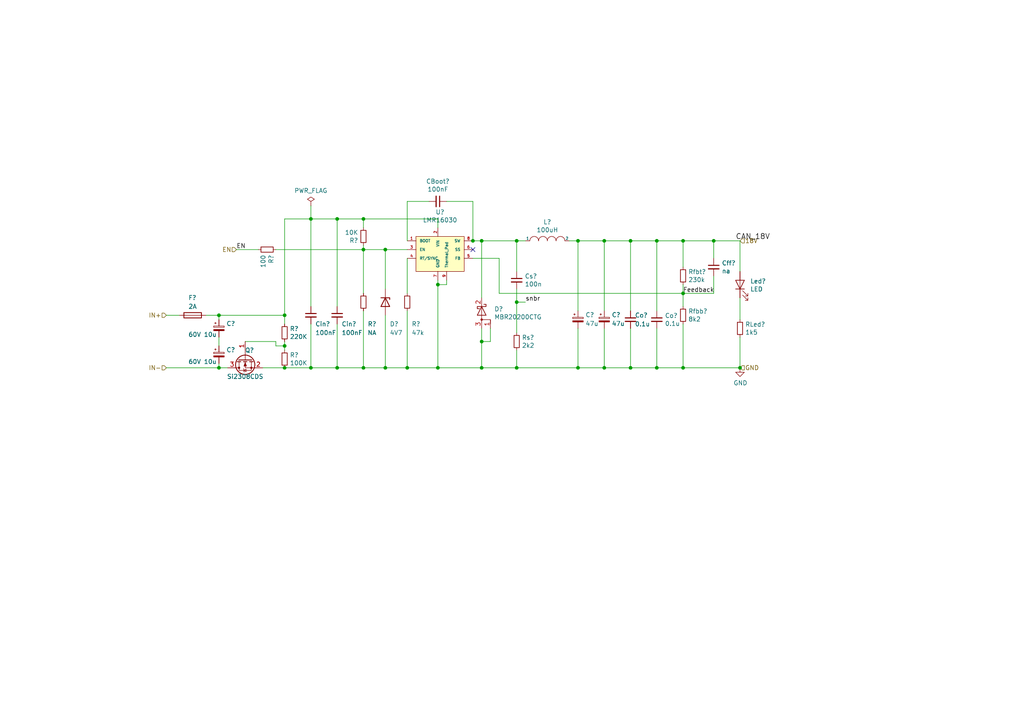
<source format=kicad_sch>
(kicad_sch (version 20211123) (generator eeschema)
  (paper "A4")
  (lib_symbols
    (symbol "Device:C_Polarized_Small" (pin_numbers hide) (pin_names (offset 0.254) hide)
      (property "Reference" "C" (at 0.254 1.778 0))
      (property "Value" "C_Polarized_Small" (at 0.254 -2.032 0))
      (symbol "C_Polarized_Small_0_1"
        (rectangle (start -1.524 -0.3048) (end 1.524 -0.6858) (fill (type outline)))
        (rectangle (start -1.524 0.6858) (end 1.524 0.3048))
        (polyline (pts (xy -1.27 1.524) (xy -0.762 1.524)))
        (polyline (pts (xy -1.016 1.27) (xy -1.016 1.778)))
      )
      (symbol "C_Polarized_Small_1_1"
        (pin passive line (at 0 2.54 270) (length 1.8542) (name "~") (number "1"))
        (pin passive line (at 0 -2.54 90) (length 1.8542) (name "~") (number "2"))
      )
    )
    (symbol "Device:D_Zener" (pin_numbers hide) (pin_names (offset 1.016) hide)
      (property "Reference" "D" (at 0 2.54 0))
      (property "Value" "D_Zener" (at 0 -2.54 0))
      (symbol "D_Zener_0_1"
        (polyline (pts (xy 1.27 0) (xy -1.27 0)))
        (polyline (pts (xy -1.27 -1.27) (xy -1.27 1.27) (xy -0.762 1.27)) (stroke (width 0.254)))
        (polyline (pts (xy 1.27 -1.27) (xy 1.27 1.27) (xy -1.27 0) (xy 1.27 -1.27)) (stroke (width 0.254)))
      )
      (symbol "D_Zener_1_1"
        (pin passive line (at -3.81 0 0) (length 2.54) (name "K") (number "1"))
        (pin passive line (at 3.81 0 180) (length 2.54) (name "A") (number "2"))
      )
    )
    (symbol "Device:Q_NMOS_GSD" (pin_names (offset 0) hide)
      (property "Reference" "Q" (at 5.08 1.27 0))
      (property "Value" "Q_NMOS_GSD" (at 5.08 -1.27 0))
      (symbol "Q_NMOS_GSD_0_1"
        (polyline (pts (xy 0.254 0) (xy -2.54 0)))
        (polyline (pts (xy 0.254 1.905) (xy 0.254 -1.905)) (stroke (width 0.254)))
        (polyline (pts (xy 0.762 -1.27) (xy 0.762 -2.286)) (stroke (width 0.254)))
        (polyline (pts (xy 0.762 0.508) (xy 0.762 -0.508)) (stroke (width 0.254)))
        (polyline (pts (xy 0.762 2.286) (xy 0.762 1.27)) (stroke (width 0.254)))
        (polyline (pts (xy 2.54 2.54) (xy 2.54 1.778)))
        (polyline (pts (xy 2.54 -2.54) (xy 2.54 0) (xy 0.762 0)))
        (polyline (pts (xy 0.762 -1.778) (xy 3.302 -1.778) (xy 3.302 1.778) (xy 0.762 1.778)))
        (polyline (pts (xy 1.016 0) (xy 2.032 0.381) (xy 2.032 -0.381) (xy 1.016 0)) (fill (type outline)))
        (polyline (pts (xy 2.794 0.508) (xy 2.921 0.381) (xy 3.683 0.381) (xy 3.81 0.254)))
        (polyline (pts (xy 3.302 0.381) (xy 2.921 -0.254) (xy 3.683 -0.254) (xy 3.302 0.381)))
        (circle (center 1.651 0) (radius 2.794) (stroke (width 0.254)))
        (circle (center 2.54 -1.778) (radius 0.254) (fill (type outline)))
        (circle (center 2.54 1.778) (radius 0.254) (fill (type outline)))
      )
      (symbol "Q_NMOS_GSD_1_1"
        (pin input line (at -5.08 0 0) (length 2.54) (name "G") (number "1"))
        (pin passive line (at 2.54 -5.08 90) (length 2.54) (name "S") (number "2"))
        (pin passive line (at 2.54 5.08 270) (length 2.54) (name "D") (number "3"))
      )
    )
    (symbol "fonte_18V-rescue:C_Small-Device" (pin_numbers hide) (pin_names (offset 0.254) hide)
      (property "Reference" "C" (at 0.254 1.778 0))
      (property "Value" "C_Small-Device" (at 0.254 -2.032 0))
      (symbol "C_Small-Device_0_1"
        (polyline (pts (xy -1.524 -0.508) (xy 1.524 -0.508)) (stroke (width 0.3302)))
        (polyline (pts (xy -1.524 0.508) (xy 1.524 0.508)) (stroke (width 0.3048)))
      )
      (symbol "C_Small-Device_1_1"
        (pin passive line (at 0 2.54 270) (length 2.032) (name "~") (number "1"))
        (pin passive line (at 0 -2.54 90) (length 2.032) (name "~") (number "2"))
      )
    )
    (symbol "fonte_18V-rescue:D_Schottky_AKA-Device" (pin_names (offset 0) hide)
      (property "Reference" "D" (at 0 2.54 0))
      (property "Value" "D_Schottky_AKA-Device" (at 0 -2.54 0))
      (symbol "D_Schottky_AKA-Device_0_1"
        (polyline (pts (xy 1.27 1.27) (xy 1.27 -1.27) (xy -1.27 0) (xy 1.27 1.27)) (stroke (width 0.2032)))
        (polyline (pts (xy 3.81 2.54) (xy 2.54 2.54) (xy 2.54 0) (xy -1.27 0)))
        (polyline (pts (xy -1.905 0.635) (xy -1.905 1.27) (xy -1.27 1.27) (xy -1.27 -1.27) (xy -0.635 -1.27) (xy -0.635 -0.635)) (stroke (width 0.2032)))
        (circle (center 2.54 0) (radius 0.254) (fill (type outline)))
      )
      (symbol "D_Schottky_AKA-Device_1_1"
        (pin input line (at 5.08 2.54 180) (length 2.54) (name "A") (number "1"))
        (pin passive line (at -3.81 0 0) (length 2.54) (name "K") (number "2"))
        (pin passive line (at 5.08 0 180) (length 2.54) (name "A") (number "3"))
      )
    )
    (symbol "fonte_18V-rescue:Fuse-Device" (pin_numbers hide) (pin_names (offset 0))
      (property "Reference" "F" (at 2.032 0 90))
      (property "Value" "Fuse-Device" (at -1.905 0 90))
      (symbol "Fuse-Device_0_1"
        (rectangle (start -0.762 -2.54) (end 0.762 2.54) (stroke (width 0.254)))
        (polyline (pts (xy 0 2.54) (xy 0 -2.54)))
      )
      (symbol "Fuse-Device_1_1"
        (pin passive line (at 0 3.81 270) (length 1.27) (name "~") (number "1"))
        (pin passive line (at 0 -3.81 90) (length 1.27) (name "~") (number "2"))
      )
    )
    (symbol "fonte_18V-rescue:GND-power" (power) (pin_names (offset 0))
      (property "Value" "GND-power" (at 0 -3.81 0))
      (symbol "GND-power_0_1"
        (polyline (pts (xy 0 0) (xy 0 -1.27) (xy 1.27 -1.27) (xy 0 -2.54) (xy -1.27 -1.27) (xy 0 -1.27)))
      )
      (symbol "GND-power_1_1"
        (pin power_in line (at 0 0 270) (length 0) hide (name "GND") (number "1"))
      )
    )
    (symbol "fonte_18V-rescue:INDUCTOR-pspice" (pin_numbers hide) (pin_names (offset 0))
      (property "Reference" "L" (at 0 2.54 0))
      (property "Value" "INDUCTOR-pspice" (at 0 -1.27 0))
      (symbol "INDUCTOR-pspice_0_1"
        (arc (start -2.54 0) (mid -3.81 1.27) (end -5.08 0))
        (arc (start 0 0) (mid -1.27 1.27) (end -2.54 0))
        (arc (start 2.54 0) (mid 1.27 1.27) (end 0 0))
        (arc (start 5.08 0) (mid 3.81 1.27) (end 2.54 0))
      )
      (symbol "INDUCTOR-pspice_1_1"
        (pin input line (at -6.35 0 0) (length 1.27) (name "1") (number "1"))
        (pin input line (at 6.35 0 180) (length 1.27) (name "2") (number "2"))
      )
    )
    (symbol "fonte_18V-rescue:LED-Device" (pin_numbers hide) (pin_names (offset 1.016) hide)
      (property "Reference" "D" (at 0 2.54 0))
      (property "Value" "LED-Device" (at 0 -2.54 0))
      (symbol "LED-Device_0_1"
        (polyline (pts (xy -1.27 -1.27) (xy -1.27 1.27)) (stroke (width 0.2032)))
        (polyline (pts (xy -1.27 0) (xy 1.27 0)))
        (polyline (pts (xy 1.27 -1.27) (xy 1.27 1.27) (xy -1.27 0) (xy 1.27 -1.27)) (stroke (width 0.2032)))
        (polyline (pts (xy -3.048 -0.762) (xy -4.572 -2.286) (xy -3.81 -2.286) (xy -4.572 -2.286) (xy -4.572 -1.524)))
        (polyline (pts (xy -1.778 -0.762) (xy -3.302 -2.286) (xy -2.54 -2.286) (xy -3.302 -2.286) (xy -3.302 -1.524)))
      )
      (symbol "LED-Device_1_1"
        (pin passive line (at -3.81 0 0) (length 2.54) (name "K") (number "1"))
        (pin passive line (at 3.81 0 180) (length 2.54) (name "A") (number "2"))
      )
    )
    (symbol "fonte_18V-rescue:LMR16030-zenite_fonte" (pin_names (offset 1.016))
      (property "Reference" "U" (at 0 0 0))
      (property "Value" "LMR16030-zenite_fonte" (at 0 0 0))
      (symbol "LMR16030-zenite_fonte_0_1"
        (rectangle (start -6.35 15.24) (end 7.62 5.08) (fill (type background)))
      )
      (symbol "LMR16030-zenite_fonte_1_1"
        (pin input line (at -8.89 13.97 0) (length 2.54) (name "BOOT") (number "1"))
        (pin power_in line (at 0 17.78 270) (length 2.54) (name "VIN") (number "2"))
        (pin input line (at -8.89 11.43 0) (length 2.54) (name "EN") (number "3"))
        (pin input line (at -8.89 8.89 0) (length 2.54) (name "RT/SYNC") (number "4"))
        (pin input line (at 10.16 8.89 180) (length 2.54) (name "FB") (number "5"))
        (pin input line (at 10.16 11.43 180) (length 2.54) (name "SS") (number "6"))
        (pin power_out line (at 0 2.54 90) (length 2.54) (name "GND") (number "7"))
        (pin input line (at 10.16 13.97 180) (length 2.54) (name "SW") (number "8"))
        (pin power_out line (at 2.54 2.54 90) (length 2.54) (name "Thermal_Pad") (number "9"))
      )
    )
    (symbol "fonte_18V-rescue:R_Small-Device" (pin_numbers hide) (pin_names (offset 0.254) hide)
      (property "Reference" "R" (at 0.762 0.508 0))
      (property "Value" "R_Small-Device" (at 0.762 -1.016 0))
      (symbol "R_Small-Device_0_1"
        (rectangle (start -0.762 1.778) (end 0.762 -1.778) (stroke (width 0.2032)))
      )
      (symbol "R_Small-Device_1_1"
        (pin passive line (at 0 2.54 270) (length 0.762) (name "~") (number "1"))
        (pin passive line (at 0 -2.54 90) (length 0.762) (name "~") (number "2"))
      )
    )
    (symbol "power:PWR_FLAG" (power) (pin_numbers hide) (pin_names (offset 0) hide)
      (property "Value" "PWR_FLAG" (at 0 3.81 0))
      (symbol "PWR_FLAG_0_0"
        (pin power_out line (at 0 0 90) (length 0) (name "pwr") (number "1"))
      )
      (symbol "PWR_FLAG_0_1"
        (polyline (pts (xy 0 0) (xy 0 1.27) (xy -1.016 1.905) (xy 0 2.54) (xy 1.016 1.905) (xy 0 1.27)))
      )
    )
  )
  (junction (at 111.76 72.39))
  (junction (at 82.55 100.33))
  (junction (at 97.79 106.68))
  (junction (at 127 106.68))
  (junction (at 139.7 106.68))
  (junction (at 175.26 69.85))
  (junction (at 198.12 106.68))
  (junction (at 111.76 106.68))
  (junction (at 105.41 63.5))
  (junction (at 127 82.55))
  (junction (at 82.55 91.44))
  (junction (at 97.79 63.5))
  (junction (at 190.5 69.85))
  (junction (at 167.64 106.68))
  (junction (at 63.5 106.68))
  (junction (at 139.7 99.06))
  (junction (at 207.01 69.85))
  (junction (at 175.26 106.68))
  (junction (at 118.11 106.68))
  (junction (at 90.17 63.5))
  (junction (at 149.86 87.63))
  (junction (at 198.12 85.09))
  (junction (at 90.17 106.68))
  (junction (at 182.88 106.68))
  (junction (at 198.12 69.85))
  (junction (at 137.16 69.85))
  (junction (at 182.88 69.85))
  (junction (at 105.41 72.39))
  (junction (at 63.5 91.44))
  (junction (at 82.55 106.68))
  (junction (at 149.86 69.85))
  (junction (at 139.7 69.85))
  (junction (at 105.41 106.68))
  (junction (at 190.5 106.68))
  (junction (at 214.63 106.68))
  (junction (at 149.86 106.68))
  (junction (at 167.64 69.85))
  (no_connect (at 137.16 72.39))
  (wire (pts (xy 198.12 85.09) (xy 198.12 88.9)))
  (wire (pts (xy 167.64 90.17) (xy 167.64 69.85)))
  (wire (pts (xy 82.55 63.5) (xy 90.17 63.5)))
  (wire (pts (xy 198.12 85.09) (xy 207.01 85.09)))
  (wire (pts (xy 198.12 82.55) (xy 198.12 85.09)))
  (wire (pts (xy 190.5 69.85) (xy 198.12 69.85)))
  (wire (pts (xy 80.01 99.06) (xy 80.01 100.33)))
  (wire (pts (xy 127 81.28) (xy 127 82.55)))
  (wire (pts (xy 137.16 58.42) (xy 137.16 69.85)))
  (wire (pts (xy 82.55 63.5) (xy 82.55 91.44)))
  (wire (pts (xy 198.12 106.68) (xy 198.12 93.98)))
  (wire (pts (xy 198.12 69.85) (xy 207.01 69.85)))
  (wire (pts (xy 198.12 106.68) (xy 214.63 106.68)))
  (wire (pts (xy 182.88 69.85) (xy 182.88 90.17)))
  (wire (pts (xy 167.64 69.85) (xy 165.1 69.85)))
  (wire (pts (xy 105.41 66.04) (xy 105.41 63.5)))
  (wire (pts (xy 137.16 69.85) (xy 139.7 69.85)))
  (wire (pts (xy 82.55 100.33) (xy 82.55 101.6)))
  (wire (pts (xy 175.26 90.17) (xy 175.26 69.85)))
  (wire (pts (xy 76.2 106.68) (xy 82.55 106.68)))
  (wire (pts (xy 127 82.55) (xy 127 106.68)))
  (wire (pts (xy 127 63.5) (xy 105.41 63.5)))
  (wire (pts (xy 149.86 87.63) (xy 152.4 87.63)))
  (wire (pts (xy 149.86 78.74) (xy 149.86 69.85)))
  (wire (pts (xy 149.86 69.85) (xy 152.4 69.85)))
  (wire (pts (xy 149.86 83.82) (xy 149.86 87.63)))
  (wire (pts (xy 190.5 95.25) (xy 190.5 106.68)))
  (wire (pts (xy 82.55 99.06) (xy 82.55 100.33)))
  (wire (pts (xy 182.88 95.25) (xy 182.88 106.68)))
  (wire (pts (xy 144.78 74.93) (xy 137.16 74.93)))
  (wire (pts (xy 127 66.04) (xy 127 63.5)))
  (wire (pts (xy 139.7 106.68) (xy 149.86 106.68)))
  (wire (pts (xy 105.41 63.5) (xy 97.79 63.5)))
  (wire (pts (xy 144.78 85.09) (xy 144.78 74.93)))
  (wire (pts (xy 214.63 97.79) (xy 214.63 106.68)))
  (wire (pts (xy 167.64 106.68) (xy 175.26 106.68)))
  (wire (pts (xy 97.79 63.5) (xy 97.79 88.9)))
  (wire (pts (xy 52.07 91.44) (xy 48.26 91.44)))
  (wire (pts (xy 124.46 58.42) (xy 118.11 58.42)))
  (wire (pts (xy 82.55 106.68) (xy 90.17 106.68)))
  (wire (pts (xy 80.01 72.39) (xy 105.41 72.39)))
  (wire (pts (xy 111.76 72.39) (xy 118.11 72.39)))
  (wire (pts (xy 105.41 72.39) (xy 111.76 72.39)))
  (wire (pts (xy 142.24 99.06) (xy 139.7 99.06)))
  (wire (pts (xy 149.86 106.68) (xy 167.64 106.68)))
  (wire (pts (xy 63.5 97.79) (xy 63.5 100.33)))
  (wire (pts (xy 111.76 91.44) (xy 111.76 106.68)))
  (wire (pts (xy 90.17 59.69) (xy 90.17 63.5)))
  (wire (pts (xy 129.54 82.55) (xy 129.54 81.28)))
  (wire (pts (xy 90.17 106.68) (xy 97.79 106.68)))
  (wire (pts (xy 167.64 95.25) (xy 167.64 106.68)))
  (wire (pts (xy 68.58 72.39) (xy 74.93 72.39)))
  (wire (pts (xy 90.17 88.9) (xy 90.17 63.5)))
  (wire (pts (xy 207.01 74.93) (xy 207.01 69.85)))
  (wire (pts (xy 90.17 93.98) (xy 90.17 106.68)))
  (wire (pts (xy 214.63 69.85) (xy 214.63 78.74)))
  (wire (pts (xy 105.41 71.12) (xy 105.41 72.39)))
  (wire (pts (xy 105.41 106.68) (xy 111.76 106.68)))
  (wire (pts (xy 142.24 95.25) (xy 142.24 99.06)))
  (wire (pts (xy 97.79 106.68) (xy 105.41 106.68)))
  (wire (pts (xy 175.26 69.85) (xy 182.88 69.85)))
  (wire (pts (xy 144.78 85.09) (xy 198.12 85.09)))
  (wire (pts (xy 149.86 101.6) (xy 149.86 106.68)))
  (wire (pts (xy 139.7 69.85) (xy 139.7 86.36)))
  (wire (pts (xy 190.5 106.68) (xy 198.12 106.68)))
  (wire (pts (xy 118.11 106.68) (xy 127 106.68)))
  (wire (pts (xy 182.88 69.85) (xy 190.5 69.85)))
  (wire (pts (xy 127 82.55) (xy 129.54 82.55)))
  (wire (pts (xy 149.86 87.63) (xy 149.86 96.52)))
  (wire (pts (xy 175.26 95.25) (xy 175.26 106.68)))
  (wire (pts (xy 63.5 105.41) (xy 63.5 106.68)))
  (wire (pts (xy 48.26 106.68) (xy 63.5 106.68)))
  (wire (pts (xy 207.01 69.85) (xy 214.63 69.85)))
  (wire (pts (xy 63.5 91.44) (xy 82.55 91.44)))
  (wire (pts (xy 127 106.68) (xy 139.7 106.68)))
  (wire (pts (xy 214.63 86.36) (xy 214.63 92.71)))
  (wire (pts (xy 129.54 58.42) (xy 137.16 58.42)))
  (wire (pts (xy 190.5 69.85) (xy 190.5 90.17)))
  (wire (pts (xy 139.7 106.68) (xy 139.7 99.06)))
  (wire (pts (xy 182.88 106.68) (xy 190.5 106.68)))
  (wire (pts (xy 111.76 106.68) (xy 118.11 106.68)))
  (wire (pts (xy 207.01 80.01) (xy 207.01 85.09)))
  (wire (pts (xy 82.55 93.98) (xy 82.55 91.44)))
  (wire (pts (xy 175.26 106.68) (xy 182.88 106.68)))
  (wire (pts (xy 118.11 74.93) (xy 118.11 85.09)))
  (wire (pts (xy 139.7 95.25) (xy 139.7 99.06)))
  (wire (pts (xy 97.79 93.98) (xy 97.79 106.68)))
  (wire (pts (xy 63.5 92.71) (xy 63.5 91.44)))
  (wire (pts (xy 118.11 58.42) (xy 118.11 69.85)))
  (wire (pts (xy 90.17 63.5) (xy 97.79 63.5)))
  (wire (pts (xy 198.12 69.85) (xy 198.12 77.47)))
  (wire (pts (xy 80.01 100.33) (xy 82.55 100.33)))
  (wire (pts (xy 139.7 69.85) (xy 149.86 69.85)))
  (wire (pts (xy 111.76 72.39) (xy 111.76 83.82)))
  (wire (pts (xy 71.12 99.06) (xy 80.01 99.06)))
  (wire (pts (xy 105.41 90.17) (xy 105.41 106.68)))
  (wire (pts (xy 167.64 69.85) (xy 175.26 69.85)))
  (wire (pts (xy 118.11 90.17) (xy 118.11 106.68)))
  (wire (pts (xy 105.41 72.39) (xy 105.41 85.09)))
  (wire (pts (xy 59.69 91.44) (xy 63.5 91.44)))
  (wire (pts (xy 66.04 106.68) (xy 63.5 106.68)))
  (label "snbr" (at 152.4 87.63 0))
  (label "CAN_18V" (at 213.36 69.85 0) (effects (font (size 1.524 1.524))))
  (label "EN" (at 68.58 72.39 0))
  (label "Feedback" (at 198.12 85.09 0))
  (hierarchical_label "GND" (shape input) (at 214.63 106.68 0))
  (hierarchical_label "EN" (shape input) (at 68.58 72.39 180))
  (hierarchical_label "IN+" (shape input) (at 48.26 91.44 180))
  (hierarchical_label "IN-" (shape input) (at 48.26 106.68 180))
  (hierarchical_label "18V" (shape input) (at 214.63 69.85 0))
  (symbol (lib_id "Device:C_Polarized_Small") (at 63.5 95.25 0) (unit 1)
    (property "Reference" "C?" (at 65.659 93.8692 0) (effects (justify left)))
    (property "Value" "60V 10u" (at 54.61 97.028 0) (effects (justify left)))
  )
  (symbol (lib_id "fonte_18V-rescue:D_Schottky_AKA-Device") (at 139.7 90.17 270) (unit 1)
    (property "Reference" "D?" (at 143.3576 89.6366 90) (effects (justify left)))
    (property "Value" "MBR20200CTG" (at 143.3576 91.948 90) (effects (justify left)))
    (property "Footprint" "Package_TO_SOT_THT:TO-220-3_Horizontal_TabDown_SMD" (effects hide))
  )
  (symbol (lib_id "Device:D_Zener") (at 111.76 87.63 270) (unit 1)
    (property "Reference" "D?" (at 113.03 93.98 90) (effects (justify left)))
    (property "Value" "4V7" (at 113.03 96.52 90) (effects (justify left)))
  )
  (symbol (lib_id "Device:C_Polarized_Small") (at 175.26 92.71 0) (unit 1)
    (property "Reference" "C?" (at 177.419 91.3292 0) (effects (justify left)))
    (property "Value" "47u" (at 177.419 93.8661 0) (effects (justify left)))
  )
  (symbol (lib_id "fonte_18V-rescue:R_Small-Device") (at 149.86 99.06 0) (unit 1)
    (property "Reference" "Rs?" (at 151.3586 97.8916 0) (effects (justify left)))
    (property "Value" "2k2" (at 151.3586 100.203 0) (effects (justify left)))
    (property "Footprint" "Resistor_SMD:R_0805_2012Metric_Pad1.15x1.40mm_HandSolder" (effects hide))
  )
  (symbol (lib_id "fonte_18V-rescue:R_Small-Device") (at 105.41 68.58 180) (unit 1)
    (property "Reference" "R?" (at 103.9114 69.7484 0) (effects (justify left)))
    (property "Value" "10K" (at 103.9114 67.437 0) (effects (justify left)))
    (property "Footprint" "Resistor_SMD:R_0805_2012Metric_Pad1.15x1.40mm_HandSolder" (effects hide))
  )
  (symbol (lib_id "fonte_18V-rescue:R_Small-Device") (at 118.11 87.63 0) (unit 1)
    (property "Reference" "R?" (at 119.38 93.98 0) (effects (justify left)))
    (property "Value" "47k" (at 119.38 96.52 0) (effects (justify left)))
    (property "Footprint" "Resistor_SMD:R_0805_2012Metric_Pad1.15x1.40mm_HandSolder" (effects hide))
  )
  (symbol (lib_id "fonte_18V-rescue:C_Small-Device") (at 207.01 77.47 0) (unit 1)
    (property "Reference" "Cff?" (at 209.3468 76.3016 0) (effects (justify left)))
    (property "Value" "na" (at 209.3468 78.613 0) (effects (justify left)))
    (property "Footprint" "Capacitor_SMD:C_0805_2012Metric_Pad1.15x1.40mm_HandSolder" (effects hide))
  )
  (symbol (lib_id "Device:C_Polarized_Small") (at 63.5 102.87 0) (unit 1)
    (property "Reference" "C?" (at 65.659 101.4892 0) (effects (justify left)))
    (property "Value" "60V 10u" (at 54.61 104.902 0) (effects (justify left)))
  )
  (symbol (lib_id "fonte_18V-rescue:C_Small-Device") (at 97.79 91.44 0) (unit 1)
    (property "Reference" "Cin?" (at 99.06 93.98 0) (effects (justify left)))
    (property "Value" "100nF" (at 99.06 96.52 0) (effects (justify left)))
    (property "Footprint" "Capacitor_SMD:C_0805_2012Metric_Pad1.15x1.40mm_HandSolder" (effects hide))
  )
  (symbol (lib_id "power:PWR_FLAG") (at 90.17 59.69 0) (unit 1)
    (property "Reference" "#FLG?" (effects hide))
    (property "Value" "PWR_FLAG" (at 90.17 55.2958 0))
  )
  (symbol (lib_id "Device:Q_NMOS_GSD") (at 71.12 104.14 90) (mirror x) (unit 1)
    (property "Reference" "Q?" (at 72.39 101.6 90))
    (property "Value" "Si2308CDS" (at 71.12 109.22 90))
    (property "Footprint" "Package_TO_SOT_SMD:SOT-23" (effects hide))
    (property "Datasheet" "http://www.vishay.com/docs/66709/si2308cd.pdf" (effects hide))
  )
  (symbol (lib_id "fonte_18V-rescue:C_Small-Device") (at 182.88 92.71 0) (unit 1)
    (property "Reference" "Co?" (at 184.15 91.44 0) (effects (justify left)))
    (property "Value" "0.1u" (at 184.15 93.98 0) (effects (justify left)))
    (property "Footprint" "Capacitor_SMD:C_0805_2012Metric_Pad1.15x1.40mm_HandSolder" (effects hide))
  )
  (symbol (lib_id "fonte_18V-rescue:R_Small-Device") (at 214.63 95.25 0) (unit 1)
    (property "Reference" "RLed?" (at 216.1286 94.0816 0) (effects (justify left)))
    (property "Value" "1k5" (at 216.1286 96.393 0) (effects (justify left)))
    (property "Footprint" "Resistor_SMD:R_0805_2012Metric_Pad1.15x1.40mm_HandSolder" (effects hide))
  )
  (symbol (lib_id "fonte_18V-rescue:LMR16030-zenite_fonte") (at 127 83.82 0) (unit 1)
    (property "Reference" "U?" (at 127.635 61.5188 0))
    (property "Value" "LMR16030" (at 127.635 63.8302 0))
    (property "Footprint" "Package_SO:Texas_R-PDSO-G8_EP2.95x4.9mm_Mask2.4x3.1mm_ThermalVias" (effects hide))
  )
  (symbol (lib_id "fonte_18V-rescue:R_Small-Device") (at 198.12 80.01 0) (unit 1)
    (property "Reference" "Rfbt?" (at 199.6186 78.8416 0) (effects (justify left)))
    (property "Value" "230k" (at 199.6186 81.153 0) (effects (justify left)))
    (property "Footprint" "Resistor_SMD:R_0805_2012Metric_Pad1.15x1.40mm_HandSolder" (effects hide))
  )
  (symbol (lib_id "fonte_18V-rescue:INDUCTOR-pspice") (at 158.75 69.85 0) (unit 1)
    (property "Reference" "L?" (at 158.75 64.389 0))
    (property "Value" "100uH" (at 158.75 66.7004 0))
    (property "Footprint" "Inductor_THT:L_Radial_D21.0mm_P19.00mm" (effects hide))
  )
  (symbol (lib_id "fonte_18V-rescue:LED-Device") (at 214.63 82.55 90) (unit 1)
    (property "Reference" "Led?" (at 217.6018 81.5594 90) (effects (justify right)))
    (property "Value" "LED" (at 217.6018 83.8708 90) (effects (justify right)))
    (property "Footprint" "LED_SMD:LED_0805_2012Metric_Pad1.15x1.40mm_HandSolder" (effects hide))
  )
  (symbol (lib_id "fonte_18V-rescue:C_Small-Device") (at 149.86 81.28 0) (unit 1)
    (property "Reference" "Cs?" (at 152.1968 80.1116 0) (effects (justify left)))
    (property "Value" "100n" (at 152.1968 82.423 0) (effects (justify left)))
    (property "Footprint" "Capacitor_SMD:C_0805_2012Metric_Pad1.15x1.40mm_HandSolder" (effects hide))
  )
  (symbol (lib_id "fonte_18V-rescue:R_Small-Device") (at 77.47 72.39 270) (unit 1)
    (property "Reference" "R?" (at 78.6384 73.8886 0) (effects (justify left)))
    (property "Value" "100" (at 76.327 73.8886 0) (effects (justify left)))
    (property "Footprint" "Resistor_SMD:R_0805_2012Metric_Pad1.15x1.40mm_HandSolder" (effects hide))
  )
  (symbol (lib_id "fonte_18V-rescue:C_Small-Device") (at 190.5 92.71 0) (unit 1)
    (property "Reference" "Co?" (at 192.8368 91.5416 0) (effects (justify left)))
    (property "Value" "0.1u" (at 192.8368 93.853 0) (effects (justify left)))
    (property "Footprint" "Capacitor_SMD:C_0805_2012Metric_Pad1.15x1.40mm_HandSolder" (effects hide))
  )
  (symbol (lib_id "fonte_18V-rescue:R_Small-Device") (at 198.12 91.44 0) (unit 1)
    (property "Reference" "Rfbb?" (at 199.6186 90.2716 0) (effects (justify left)))
    (property "Value" "8k2" (at 199.6186 92.583 0) (effects (justify left)))
    (property "Footprint" "Resistor_SMD:R_0805_2012Metric_Pad1.15x1.40mm_HandSolder" (effects hide))
  )
  (symbol (lib_id "fonte_18V-rescue:GND-power") (at 214.63 106.68 0) (unit 1)
    (property "Reference" "#PWR?" (effects hide))
    (property "Value" "GND" (at 214.757 111.0742 0))
  )
  (symbol (lib_id "fonte_18V-rescue:R_Small-Device") (at 82.55 104.14 0) (unit 1)
    (property "Reference" "R?" (at 84.0486 102.9716 0) (effects (justify left)))
    (property "Value" "100K" (at 84.0486 105.283 0) (effects (justify left)))
    (property "Footprint" "Resistor_SMD:R_0805_2012Metric_Pad1.15x1.40mm_HandSolder" (effects hide))
  )
  (symbol (lib_id "fonte_18V-rescue:R_Small-Device") (at 105.41 87.63 180) (unit 1)
    (property "Reference" "R?" (at 109.22 93.98 0) (effects (justify left)))
    (property "Value" "NA" (at 109.22 96.52 0) (effects (justify left)))
    (property "Footprint" "Resistor_SMD:R_0805_2012Metric_Pad1.15x1.40mm_HandSolder" (effects hide))
  )
  (symbol (lib_id "Device:C_Polarized_Small") (at 167.64 92.71 0) (unit 1)
    (property "Reference" "C?" (at 169.799 91.3292 0) (effects (justify left)))
    (property "Value" "47u" (at 169.799 93.8661 0) (effects (justify left)))
  )
  (symbol (lib_id "fonte_18V-rescue:R_Small-Device") (at 82.55 96.52 0) (unit 1)
    (property "Reference" "R?" (at 84.0486 95.3516 0) (effects (justify left)))
    (property "Value" "220K" (at 84.0486 97.663 0) (effects (justify left)))
    (property "Footprint" "Resistor_SMD:R_0805_2012Metric_Pad1.15x1.40mm_HandSolder" (effects hide))
  )
  (symbol (lib_id "fonte_18V-rescue:Fuse-Device") (at 55.88 91.44 270) (mirror x) (unit 1)
    (property "Reference" "F?" (at 54.61 86.36 90) (effects (justify left)))
    (property "Value" "2A" (at 54.61 88.9 90) (effects (justify left)))
    (property "Footprint" "KicadZeniteSolarLibrary18:Fuse_Holder_5x20" (effects hide))
  )
  (symbol (lib_id "fonte_18V-rescue:C_Small-Device") (at 127 58.42 270) (unit 1)
    (property "Reference" "CBoot?" (at 127 52.6034 90))
    (property "Value" "100nF" (at 127 54.9148 90))
    (property "Footprint" "Capacitor_SMD:C_0805_2012Metric_Pad1.15x1.40mm_HandSolder" (effects hide))
  )
  (symbol (lib_id "fonte_18V-rescue:C_Small-Device") (at 90.17 91.44 0) (unit 1)
    (property "Reference" "Cin?" (at 91.44 93.98 0) (effects (justify left)))
    (property "Value" "100nF" (at 91.44 96.52 0) (effects (justify left)))
    (property "Footprint" "Capacitor_SMD:C_0805_2012Metric_Pad1.15x1.40mm_HandSolder" (effects hide))
  )
)
</source>
